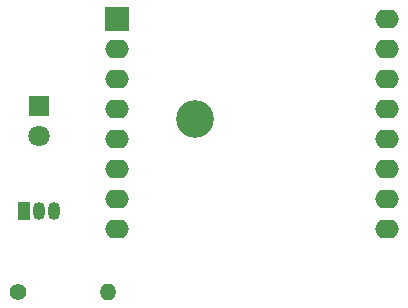
<source format=gbr>
%TF.GenerationSoftware,KiCad,Pcbnew,(6.0.6-0)*%
%TF.CreationDate,2022-07-12T10:46:49-05:00*%
%TF.ProjectId,E1.31-IR-Blaster,45312e33-312d-4495-922d-426c61737465,rev?*%
%TF.SameCoordinates,Original*%
%TF.FileFunction,Soldermask,Top*%
%TF.FilePolarity,Negative*%
%FSLAX46Y46*%
G04 Gerber Fmt 4.6, Leading zero omitted, Abs format (unit mm)*
G04 Created by KiCad (PCBNEW (6.0.6-0)) date 2022-07-12 10:46:49*
%MOMM*%
%LPD*%
G01*
G04 APERTURE LIST*
%ADD10R,1.800000X1.800000*%
%ADD11C,1.800000*%
%ADD12R,1.050000X1.500000*%
%ADD13O,1.050000X1.500000*%
%ADD14R,2.000000X2.000000*%
%ADD15O,2.000000X1.600000*%
%ADD16C,3.200000*%
%ADD17C,1.400000*%
%ADD18O,1.400000X1.400000*%
G04 APERTURE END LIST*
D10*
%TO.C,D1*%
X16764000Y-28951000D03*
D11*
X16764000Y-31491000D03*
%TD*%
D12*
%TO.C,Q1*%
X15494000Y-37846000D03*
D13*
X16764000Y-37846000D03*
X18034000Y-37846000D03*
%TD*%
D14*
%TO.C,U1*%
X23345000Y-21590000D03*
D15*
X23345000Y-24130000D03*
X23345000Y-26670000D03*
X23345000Y-29210000D03*
X23345000Y-31750000D03*
X23345000Y-34290000D03*
X23345000Y-36830000D03*
X23345000Y-39370000D03*
X46205000Y-39370000D03*
X46205000Y-36830000D03*
X46205000Y-34290000D03*
X46205000Y-31750000D03*
X46205000Y-29210000D03*
X46205000Y-26670000D03*
X46205000Y-24130000D03*
X46205000Y-21590000D03*
%TD*%
D16*
%TO.C,REF\u002A\u002A*%
X30000000Y-30000000D03*
%TD*%
D17*
%TO.C,R1*%
X14986000Y-44704000D03*
D18*
X22606000Y-44704000D03*
%TD*%
M02*

</source>
